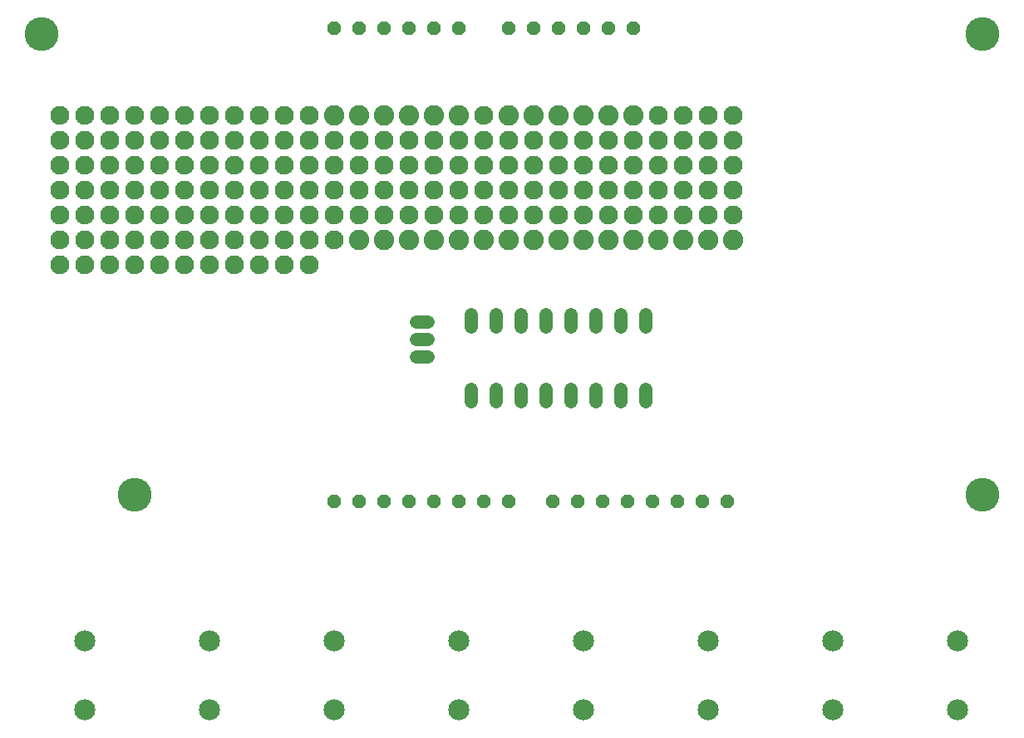
<source format=gbs>
G75*
G70*
%OFA0B0*%
%FSLAX24Y24*%
%IPPOS*%
%LPD*%
%AMOC8*
5,1,8,0,0,1.08239X$1,22.5*
%
%ADD10C,0.1360*%
%ADD11OC8,0.0560*%
%ADD12C,0.0540*%
%ADD13C,0.0520*%
%ADD14C,0.0847*%
%ADD15C,0.0820*%
%ADD16C,0.0760*%
D10*
X005920Y011220D03*
X002170Y029720D03*
X039920Y029720D03*
X039920Y011220D03*
D11*
X029670Y010970D03*
X028670Y010970D03*
X027670Y010970D03*
X026670Y010970D03*
X025670Y010970D03*
X024670Y010970D03*
X023670Y010970D03*
X022670Y010970D03*
X020920Y010970D03*
X019920Y010970D03*
X018920Y010970D03*
X017920Y010970D03*
X016920Y010970D03*
X015920Y010970D03*
X014920Y010970D03*
X013920Y010970D03*
X013920Y029970D03*
X014920Y029970D03*
X015920Y029970D03*
X016920Y029970D03*
X017920Y029970D03*
X018920Y029970D03*
X020920Y029970D03*
X021920Y029970D03*
X022920Y029970D03*
X023920Y029970D03*
X024920Y029970D03*
X025920Y029970D03*
D12*
X025420Y018460D02*
X025420Y017980D01*
X024420Y017980D02*
X024420Y018460D01*
X023420Y018460D02*
X023420Y017980D01*
X022420Y017980D02*
X022420Y018460D01*
X021420Y018460D02*
X021420Y017980D01*
X020420Y017980D02*
X020420Y018460D01*
X019420Y018460D02*
X019420Y017980D01*
X019420Y015460D02*
X019420Y014980D01*
X020420Y014980D02*
X020420Y015460D01*
X021420Y015460D02*
X021420Y014980D01*
X022420Y014980D02*
X022420Y015460D01*
X023420Y015460D02*
X023420Y014980D01*
X024420Y014980D02*
X024420Y015460D01*
X025420Y015460D02*
X025420Y014980D01*
X026420Y014980D02*
X026420Y015460D01*
X026420Y017980D02*
X026420Y018460D01*
D13*
X017681Y018170D02*
X017221Y018170D01*
X017221Y017470D02*
X017681Y017470D01*
X017681Y016770D02*
X017221Y016770D01*
D14*
X003920Y002598D03*
X003920Y005354D03*
X008920Y005354D03*
X008920Y002598D03*
X013920Y002598D03*
X013920Y005354D03*
X018920Y005354D03*
X018920Y002598D03*
X023920Y002598D03*
X023920Y005354D03*
X028920Y005354D03*
X028920Y002598D03*
X033920Y002598D03*
X033920Y005354D03*
X038920Y005354D03*
X038920Y002598D03*
D15*
X029920Y021470D03*
X028920Y021470D03*
X027920Y021470D03*
X026920Y021470D03*
X025920Y021470D03*
X024920Y021470D03*
X023920Y021470D03*
X022920Y021470D03*
X021920Y021470D03*
X020920Y021470D03*
X019920Y021470D03*
X018920Y021470D03*
X017920Y021470D03*
X016920Y021470D03*
X015920Y021470D03*
X014920Y021470D03*
X014920Y026470D03*
X013920Y026470D03*
X015920Y026470D03*
X016920Y026470D03*
X017920Y026470D03*
X018920Y026470D03*
X020920Y026470D03*
X021920Y026470D03*
X022920Y026470D03*
X023920Y026470D03*
X024920Y026470D03*
X025920Y026470D03*
D16*
X025920Y025470D03*
X024920Y025470D03*
X023920Y025470D03*
X023920Y024470D03*
X024920Y024470D03*
X025920Y024470D03*
X025920Y023470D03*
X024920Y023470D03*
X023920Y023470D03*
X023920Y022470D03*
X024920Y022470D03*
X025920Y022470D03*
X026920Y022470D03*
X027920Y022470D03*
X027920Y023470D03*
X026920Y023470D03*
X026920Y024470D03*
X027920Y024470D03*
X027920Y025470D03*
X026920Y025470D03*
X026920Y026470D03*
X027920Y026470D03*
X028920Y026470D03*
X029920Y026470D03*
X029920Y025470D03*
X028920Y025470D03*
X028920Y024470D03*
X029920Y024470D03*
X029920Y023470D03*
X028920Y023470D03*
X028920Y022470D03*
X029920Y022470D03*
X022920Y022470D03*
X021920Y022470D03*
X020920Y022470D03*
X020920Y023470D03*
X021920Y023470D03*
X022920Y023470D03*
X022920Y024470D03*
X021920Y024470D03*
X020920Y024470D03*
X020920Y025470D03*
X021920Y025470D03*
X022920Y025470D03*
X019920Y025470D03*
X018920Y025470D03*
X018920Y024470D03*
X019920Y024470D03*
X019920Y023470D03*
X018920Y023470D03*
X018920Y022470D03*
X019920Y022470D03*
X017920Y022470D03*
X016920Y022470D03*
X015920Y022470D03*
X015920Y023470D03*
X016920Y023470D03*
X017920Y023470D03*
X017920Y024470D03*
X016920Y024470D03*
X015920Y024470D03*
X015920Y025470D03*
X016920Y025470D03*
X017920Y025470D03*
X019920Y026470D03*
X014920Y025470D03*
X013920Y025470D03*
X013920Y024470D03*
X014920Y024470D03*
X014920Y023470D03*
X013920Y023470D03*
X013920Y022470D03*
X014920Y022470D03*
X013920Y021470D03*
X012920Y021470D03*
X011920Y021470D03*
X010920Y021470D03*
X010920Y020470D03*
X011920Y020470D03*
X012920Y020470D03*
X012920Y022470D03*
X011920Y022470D03*
X010920Y022470D03*
X010920Y023470D03*
X011920Y023470D03*
X012920Y023470D03*
X012920Y024470D03*
X011920Y024470D03*
X010920Y024470D03*
X010920Y025470D03*
X011920Y025470D03*
X012920Y025470D03*
X012920Y026470D03*
X011920Y026470D03*
X010920Y026470D03*
X009920Y026470D03*
X008920Y026470D03*
X008920Y025470D03*
X009920Y025470D03*
X009920Y024470D03*
X008920Y024470D03*
X008920Y023470D03*
X009920Y023470D03*
X009920Y022470D03*
X008920Y022470D03*
X007920Y022470D03*
X006920Y022470D03*
X005920Y022470D03*
X005920Y023470D03*
X006920Y023470D03*
X007920Y023470D03*
X007920Y024470D03*
X006920Y024470D03*
X005920Y024470D03*
X005920Y025470D03*
X006920Y025470D03*
X007920Y025470D03*
X007920Y026470D03*
X006920Y026470D03*
X005920Y026470D03*
X004920Y026470D03*
X003920Y026470D03*
X003920Y025470D03*
X004920Y025470D03*
X004920Y024470D03*
X003920Y024470D03*
X003920Y023470D03*
X004920Y023470D03*
X004920Y022470D03*
X003920Y022470D03*
X002920Y022470D03*
X002920Y023470D03*
X002920Y024470D03*
X002920Y025470D03*
X002920Y026470D03*
X002920Y021470D03*
X002920Y020470D03*
X003920Y020470D03*
X004920Y020470D03*
X004920Y021470D03*
X003920Y021470D03*
X005920Y021470D03*
X006920Y021470D03*
X007920Y021470D03*
X007920Y020470D03*
X006920Y020470D03*
X005920Y020470D03*
X008920Y020470D03*
X009920Y020470D03*
X009920Y021470D03*
X008920Y021470D03*
M02*

</source>
